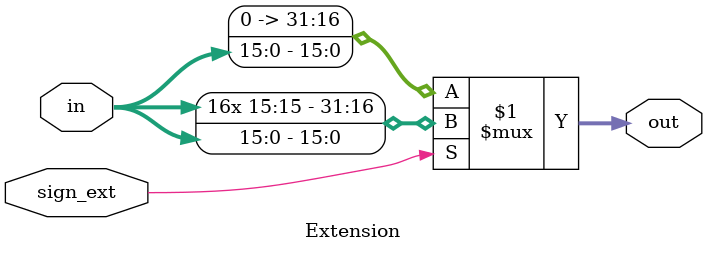
<source format=sv>
module Extension(
    input logic sign_ext,
    input logic [15:0] in,
    output logic [31:0] out
);
    assign out = sign_ext ? {{16{in[15]}}, in} : {16'b0, in};
endmodule
</source>
